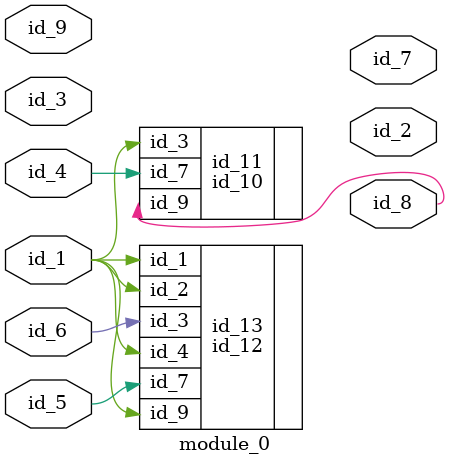
<source format=v>
module module_0 (
    id_1,
    id_2,
    id_3,
    id_4,
    id_5,
    id_6,
    id_7,
    id_8,
    id_9
);
  input id_9;
  output id_8;
  output id_7;
  input id_6;
  input id_5;
  input id_4;
  input id_3;
  output id_2;
  input id_1;
  id_10 id_11 (
      .id_9(id_8),
      .id_3(id_1),
      .id_7(id_4)
  );
  id_12 id_13 (
      .id_2(id_1),
      .id_9(id_1),
      .id_3(id_6),
      .id_7(id_5),
      .id_1(id_8),
      .id_1(id_1),
      .id_4(id_1)
  );
endmodule

</source>
